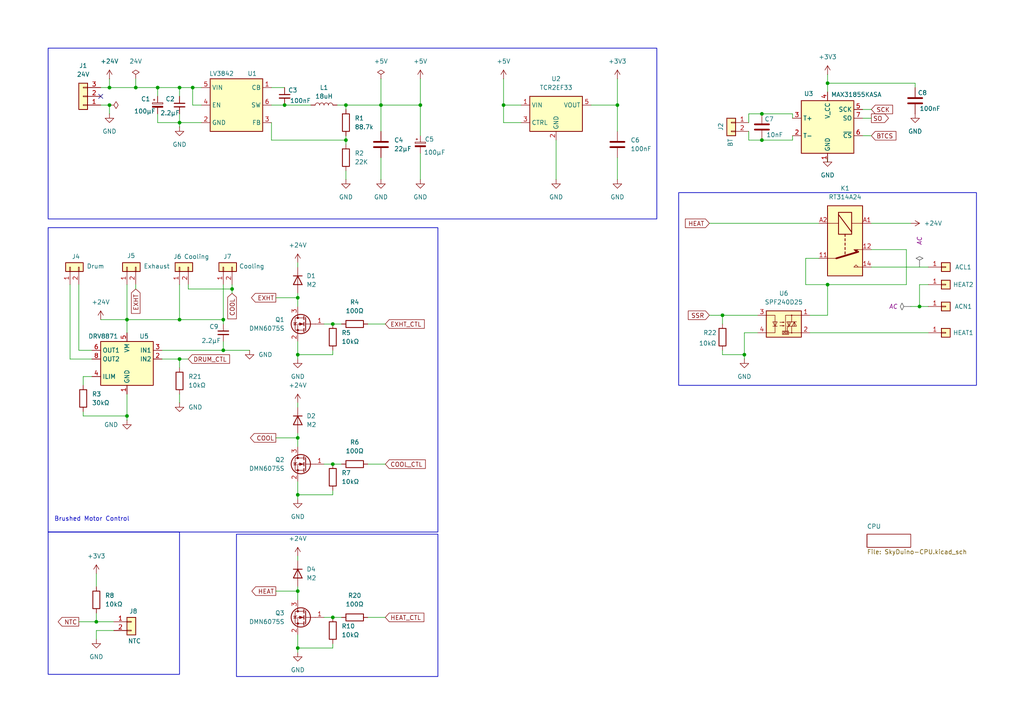
<source format=kicad_sch>
(kicad_sch (version 20231120) (generator "eeschema") (generator_version "8.0")
  (paper "A4")
  (title_block (title "SkyDuino Roaster") (date "${COMMIT_DATE}") (rev "${REVISION}") (company "Raz-1") (comment 2 "${COMMIT_DATE_LONG}") (comment 3 "${COMMIT_HASH} ${GIT_TAG}"))
  (junction (at 266.7 88.9))
  (junction (at 31.75 25.4))
  (junction (at 64.77 92.71))
  (junction (at 215.9 102.87))
  (junction (at 55.88 25.4))
  (junction (at 146.05 30.48))
  (junction (at 110.49 30.48))
  (junction (at 86.36 171.45))
  (junction (at 100.33 30.48))
  (junction (at 82.55 30.48))
  (junction (at 52.07 92.71))
  (junction (at 86.36 143.51))
  (junction (at 121.92 30.48))
  (junction (at 36.83 92.71))
  (junction (at 45.72 25.4))
  (junction (at 209.55 91.44))
  (junction (at 27.94 180.34))
  (junction (at 86.36 187.96))
  (junction (at 86.36 86.36))
  (junction (at 31.75 30.48))
  (junction (at 52.07 25.4))
  (junction (at 179.07 30.48))
  (junction (at 100.33 40.64))
  (junction (at 240.03 82.55))
  (junction (at 220.98 40.64))
  (junction (at 96.52 179.07))
  (junction (at 67.31 83.82))
  (junction (at 96.52 134.62))
  (junction (at 240.03 24.13))
  (junction (at 96.52 93.98))
  (junction (at 86.36 102.87))
  (junction (at 36.83 120.65))
  (junction (at 39.37 25.4))
  (junction (at 52.07 104.14))
  (junction (at 220.98 33.02))
  (junction (at 64.77 101.6))
  (junction (at 52.07 35.56))
  (junction (at 86.36 127))
  (no_connect (at 29.21 27.94))
  (wire (pts (xy 100.33 40.64) (xy 100.33 41.91)))
  (wire (pts (xy 26.67 104.14) (xy 20.32 104.14)))
  (wire (pts (xy 22.86 101.6) (xy 26.67 101.6)))
  (wire (pts (xy 262.89 72.39) (xy 262.89 82.55)))
  (wire (pts (xy 100.33 30.48) (xy 100.33 31.75)))
  (wire (pts (xy 22.86 180.34) (xy 27.94 180.34)))
  (wire (pts (xy 24.13 109.22) (xy 24.13 111.76)))
  (wire (pts (xy 252.73 72.39) (xy 262.89 72.39)))
  (wire (pts (xy 265.43 25.4) (xy 265.43 24.13)))
  (wire (pts (xy 265.43 24.13) (xy 240.03 24.13)))
  (wire (pts (xy 179.07 45.72) (xy 179.07 52.07)))
  (wire (pts (xy 78.74 30.48) (xy 82.55 30.48)))
  (wire (pts (xy 233.68 74.93) (xy 233.68 82.55)))
  (wire (pts (xy 252.73 77.47) (xy 269.24 77.47)))
  (wire (pts (xy 52.07 35.56) (xy 58.42 35.56)))
  (wire (pts (xy 86.36 99.06) (xy 86.36 102.87)))
  (wire (pts (xy 80.01 86.36) (xy 86.36 86.36)))
  (wire (pts (xy 72.39 101.6) (xy 64.77 101.6)))
  (wire (pts (xy 52.07 104.14) (xy 52.07 106.68)))
  (wire (pts (xy 215.9 96.52) (xy 215.9 102.87)))
  (wire (pts (xy 67.31 83.82) (xy 54.61 83.82)))
  (wire (pts (xy 24.13 119.38) (xy 24.13 120.65)))
  (wire (pts (xy 97.79 30.48) (xy 100.33 30.48)))
  (wire (pts (xy 209.55 102.87) (xy 215.9 102.87)))
  (wire (pts (xy 29.21 92.71) (xy 36.83 92.71)))
  (wire (pts (xy 93.98 134.62) (xy 96.52 134.62)))
  (wire (pts (xy 58.42 30.48) (xy 55.88 30.48)))
  (wire (pts (xy 86.36 170.18) (xy 86.36 171.45)))
  (wire (pts (xy 121.92 44.45) (xy 121.92 52.07)))
  (wire (pts (xy 240.03 82.55) (xy 240.03 91.44)))
  (wire (pts (xy 86.36 127) (xy 86.36 129.54)))
  (wire (pts (xy 86.36 102.87) (xy 86.36 104.14)))
  (wire (pts (xy 106.68 93.98) (xy 111.76 93.98)))
  (wire (pts (xy 219.71 96.52) (xy 215.9 96.52)))
  (wire (pts (xy 250.19 39.37) (xy 252.73 39.37)))
  (wire (pts (xy 82.55 30.48) (xy 90.17 30.48)))
  (wire (pts (xy 250.19 34.29) (xy 252.73 34.29)))
  (wire (pts (xy 31.75 25.4) (xy 31.75 22.86)))
  (wire (pts (xy 36.83 114.3) (xy 36.83 120.65)))
  (wire (pts (xy 234.95 96.52) (xy 269.24 96.52)))
  (wire (pts (xy 29.21 30.48) (xy 31.75 30.48)))
  (wire (pts (xy 52.07 104.14) (xy 54.61 104.14)))
  (wire (pts (xy 121.92 30.48) (xy 121.92 39.37)))
  (wire (pts (xy 96.52 186.69) (xy 96.52 187.96)))
  (wire (pts (xy 252.73 64.77) (xy 264.16 64.77)))
  (wire (pts (xy 27.94 166.37) (xy 27.94 170.18)))
  (wire (pts (xy 110.49 45.72) (xy 110.49 52.07)))
  (wire (pts (xy 33.02 182.88) (xy 27.94 182.88)))
  (wire (pts (xy 86.36 143.51) (xy 86.36 144.78)))
  (wire (pts (xy 205.74 64.77) (xy 237.49 64.77)))
  (wire (pts (xy 86.36 187.96) (xy 86.36 189.23)))
  (wire (pts (xy 209.55 91.44) (xy 205.74 91.44)))
  (wire (pts (xy 161.29 40.64) (xy 161.29 52.07)))
  (wire (pts (xy 64.77 99.06) (xy 64.77 101.6)))
  (wire (pts (xy 217.17 33.02) (xy 217.17 35.56)))
  (wire (pts (xy 100.33 39.37) (xy 100.33 40.64)))
  (wire (pts (xy 36.83 92.71) (xy 52.07 92.71)))
  (wire (pts (xy 31.75 25.4) (xy 39.37 25.4)))
  (wire (pts (xy 64.77 93.98) (xy 64.77 92.71)))
  (wire (pts (xy 217.17 40.64) (xy 220.98 40.64)))
  (wire (pts (xy 146.05 30.48) (xy 151.13 30.48)))
  (wire (pts (xy 266.7 82.55) (xy 266.7 88.9)))
  (wire (pts (xy 39.37 82.55) (xy 39.37 83.82)))
  (wire (pts (xy 229.87 40.64) (xy 229.87 39.37)))
  (wire (pts (xy 20.32 104.14) (xy 20.32 82.55)))
  (wire (pts (xy 45.72 25.4) (xy 45.72 27.94)))
  (wire (pts (xy 229.87 34.29) (xy 229.87 33.02)))
  (wire (pts (xy 264.16 88.9) (xy 266.7 88.9)))
  (wire (pts (xy 86.36 139.7) (xy 86.36 143.51)))
  (wire (pts (xy 100.33 30.48) (xy 110.49 30.48)))
  (wire (pts (xy 86.36 76.2) (xy 86.36 77.47)))
  (wire (pts (xy 31.75 30.48) (xy 31.75 33.02)))
  (wire (pts (xy 179.07 22.86) (xy 179.07 30.48)))
  (wire (pts (xy 96.52 179.07) (xy 99.06 179.07)))
  (wire (pts (xy 52.07 35.56) (xy 52.07 36.83)))
  (wire (pts (xy 86.36 161.29) (xy 86.36 162.56)))
  (wire (pts (xy 46.99 101.6) (xy 64.77 101.6)))
  (wire (pts (xy 36.83 96.52) (xy 36.83 92.71)))
  (wire (pts (xy 29.21 25.4) (xy 31.75 25.4)))
  (wire (pts (xy 64.77 82.55) (xy 64.77 92.71)))
  (wire (pts (xy 100.33 49.53) (xy 100.33 52.07)))
  (wire (pts (xy 86.36 86.36) (xy 86.36 88.9)))
  (wire (pts (xy 171.45 30.48) (xy 179.07 30.48)))
  (wire (pts (xy 67.31 83.82) (xy 67.31 85.09)))
  (wire (pts (xy 86.36 184.15) (xy 86.36 187.96)))
  (wire (pts (xy 266.7 88.9) (xy 269.24 88.9)))
  (wire (pts (xy 96.52 142.24) (xy 96.52 143.51)))
  (wire (pts (xy 220.98 40.64) (xy 229.87 40.64)))
  (wire (pts (xy 240.03 21.59) (xy 240.03 24.13)))
  (wire (pts (xy 179.07 38.1) (xy 179.07 30.48)))
  (wire (pts (xy 96.52 93.98) (xy 99.06 93.98)))
  (wire (pts (xy 27.94 180.34) (xy 33.02 180.34)))
  (wire (pts (xy 45.72 35.56) (xy 52.07 35.56)))
  (wire (pts (xy 52.07 33.02) (xy 52.07 35.56)))
  (wire (pts (xy 96.52 101.6) (xy 96.52 102.87)))
  (wire (pts (xy 86.36 116.84) (xy 86.36 118.11)))
  (wire (pts (xy 266.7 82.55) (xy 269.24 82.55)))
  (wire (pts (xy 39.37 25.4) (xy 45.72 25.4)))
  (wire (pts (xy 78.74 25.4) (xy 82.55 25.4)))
  (wire (pts (xy 86.36 143.51) (xy 96.52 143.51)))
  (wire (pts (xy 39.37 22.86) (xy 39.37 25.4)))
  (wire (pts (xy 36.83 120.65) (xy 36.83 121.92)))
  (wire (pts (xy 24.13 120.65) (xy 36.83 120.65)))
  (wire (pts (xy 36.83 82.55) (xy 36.83 92.71)))
  (wire (pts (xy 110.49 38.1) (xy 110.49 30.48)))
  (wire (pts (xy 217.17 38.1) (xy 217.17 40.64)))
  (wire (pts (xy 86.36 102.87) (xy 96.52 102.87)))
  (wire (pts (xy 45.72 25.4) (xy 52.07 25.4)))
  (wire (pts (xy 209.55 101.6) (xy 209.55 102.87)))
  (wire (pts (xy 110.49 22.86) (xy 110.49 30.48)))
  (wire (pts (xy 93.98 179.07) (xy 96.52 179.07)))
  (wire (pts (xy 146.05 30.48) (xy 146.05 35.56)))
  (wire (pts (xy 96.52 134.62) (xy 99.06 134.62)))
  (wire (pts (xy 240.03 82.55) (xy 262.89 82.55)))
  (wire (pts (xy 80.01 171.45) (xy 86.36 171.45)))
  (wire (pts (xy 146.05 35.56) (xy 151.13 35.56)))
  (wire (pts (xy 52.07 114.3) (xy 52.07 116.84)))
  (wire (pts (xy 234.95 91.44) (xy 240.03 91.44)))
  (wire (pts (xy 219.71 91.44) (xy 209.55 91.44)))
  (wire (pts (xy 86.36 85.09) (xy 86.36 86.36)))
  (wire (pts (xy 106.68 179.07) (xy 111.76 179.07)))
  (wire (pts (xy 240.03 24.13) (xy 240.03 26.67)))
  (wire (pts (xy 250.19 31.75) (xy 252.73 31.75)))
  (wire (pts (xy 121.92 22.86) (xy 121.92 30.48)))
  (wire (pts (xy 45.72 33.02) (xy 45.72 35.56)))
  (wire (pts (xy 27.94 177.8) (xy 27.94 180.34)))
  (wire (pts (xy 55.88 25.4) (xy 55.88 30.48)))
  (wire (pts (xy 220.98 33.02) (xy 229.87 33.02)))
  (wire (pts (xy 78.74 40.64) (xy 100.33 40.64)))
  (wire (pts (xy 22.86 82.55) (xy 22.86 101.6)))
  (wire (pts (xy 233.68 82.55) (xy 240.03 82.55)))
  (wire (pts (xy 52.07 25.4) (xy 52.07 27.94)))
  (wire (pts (xy 55.88 25.4) (xy 58.42 25.4)))
  (wire (pts (xy 93.98 93.98) (xy 96.52 93.98)))
  (wire (pts (xy 86.36 125.73) (xy 86.36 127)))
  (wire (pts (xy 52.07 82.55) (xy 52.07 92.71)))
  (wire (pts (xy 26.67 109.22) (xy 24.13 109.22)))
  (wire (pts (xy 67.31 82.55) (xy 67.31 83.82)))
  (wire (pts (xy 110.49 30.48) (xy 121.92 30.48)))
  (wire (pts (xy 86.36 171.45) (xy 86.36 173.99)))
  (wire (pts (xy 80.01 127) (xy 86.36 127)))
  (wire (pts (xy 106.68 134.62) (xy 111.76 134.62)))
  (wire (pts (xy 146.05 22.86) (xy 146.05 30.48)))
  (wire (pts (xy 52.07 25.4) (xy 55.88 25.4)))
  (wire (pts (xy 233.68 74.93) (xy 237.49 74.93)))
  (wire (pts (xy 217.17 33.02) (xy 220.98 33.02)))
  (wire (pts (xy 46.99 104.14) (xy 52.07 104.14)))
  (wire (pts (xy 215.9 102.87) (xy 215.9 104.14)))
  (wire (pts (xy 240.03 46.99) (xy 240.03 45.72)))
  (wire (pts (xy 52.07 92.71) (xy 64.77 92.71)))
  (wire (pts (xy 209.55 91.44) (xy 209.55 93.98)))
  (wire (pts (xy 86.36 187.96) (xy 96.52 187.96)))
  (wire (pts (xy 78.74 35.56) (xy 78.74 40.64)))
  (wire (pts (xy 27.94 182.88) (xy 27.94 185.42)))
  (wire (pts (xy 54.61 83.82) (xy 54.61 82.55)))
  (rectangle (start 13.97 66.04) (end 127 154.305) (stroke (width 0.2)))
  (rectangle (start 196.85 55.88) (end 283.21 111.76) (stroke (width 0.2)))
  (rectangle (start 13.97 154.305) (end 52.07 195.58) (stroke (width 0.2)))
  (rectangle (start 13.97 13.97) (end 190.5 63.5) (stroke (width 0.2)))
  (rectangle (start 68.58 154.94) (end 127 196.215) (stroke (width 0.2)))
  (text "Brushed Motor Control\n" (at 26.67 150.622 0) (effects (font (size 1.27 1.27))))
  (global_label "EXHT" (shape input) (at 39.37 83.82 270) (property "Intersheetrefs" "${INTERSHEET_REFS}" (effects (hide yes))))
  (global_label "SSR" (shape input) (at 205.74 91.44 180) (property "Intersheetrefs" "${INTERSHEET_REFS}" (effects (hide yes))))
  (global_label "BTCS" (shape input) (at 252.73 39.37 0) (property "Intersheetrefs" "${INTERSHEET_REFS}" (effects (hide yes))))
  (global_label "NTC" (shape output) (at 22.86 180.34 180) (property "Intersheetrefs" "${INTERSHEET_REFS}" (effects (hide yes))))
  (global_label "COOL_CTL" (shape input) (at 111.76 134.62 0) (property "Intersheetrefs" "${INTERSHEET_REFS}" (effects (hide yes))))
  (global_label "EXHT" (shape output) (at 80.01 86.36 180) (property "Intersheetrefs" "${INTERSHEET_REFS}" (effects (hide yes))))
  (global_label "COOL" (shape output) (at 80.01 127 180) (property "Intersheetrefs" "${INTERSHEET_REFS}" (effects (hide yes))))
  (global_label "EXHT_CTL" (shape input) (at 111.76 93.98 0) (property "Intersheetrefs" "${INTERSHEET_REFS}" (effects (hide yes))))
  (global_label "DRUM_CTL" (shape input) (at 54.61 104.14 0) (property "Intersheetrefs" "${INTERSHEET_REFS}" (effects (hide yes))))
  (global_label "HEAT" (shape input) (at 205.74 64.77 180) (property "Intersheetrefs" "${INTERSHEET_REFS}" (effects (hide yes))))
  (global_label "HEAT" (shape output) (at 80.01 171.45 180) (property "Intersheetrefs" "${INTERSHEET_REFS}" (effects (hide yes))))
  (global_label "SO" (shape output) (at 252.73 34.29 0) (property "Intersheetrefs" "${INTERSHEET_REFS}" (effects (hide yes))))
  (global_label "SCK" (shape input) (at 252.73 31.75 0) (property "Intersheetrefs" "${INTERSHEET_REFS}" (effects (hide yes))))
  (global_label "COOL" (shape input) (at 67.31 85.09 270) (property "Intersheetrefs" "${INTERSHEET_REFS}" (effects (hide yes))))
  (global_label "HEAT_CTL" (shape input) (at 111.76 179.07 0) (property "Intersheetrefs" "${INTERSHEET_REFS}" (effects (hide yes))))
  (netclass_flag "" (length 2.54) (shape diamond) (at 264.16 88.9 90) (property "Netclass" "AC" (at 257.81 88.9 0) (effects (font (italic yes)) (justify left))))
  (netclass_flag "" (length 2.54) (shape diamond) (at 266.7 77.47 0) (property "Netclass" "AC" (at 266.7 71.12 90) (effects (font (italic yes)) (justify left))))
  (symbol (lib_id "Device:R") (at 96.52 182.88 0) (unit 1)
    (property "Reference" "R10" (at 99.06 181.6099 0) (effects (justify left)))
    (property "Value" "10kΩ" (at 99.06 184.1499 0) (effects (justify left)))
    (property "Footprint" "Resistor_SMD:R_0805_2012Metric_Pad1.20x1.40mm_HandSolder" (effects (hide yes)))
    (property "Datasheet" "https://www.yageo.com/upload/media/product/productsearch/datasheet/rchip/PYu-AC_51_RoHS_L_11.pdf" (effects (hide yes)))
    (property "Description" "Resistor" (effects (hide yes)))
    (property "LCSC" "C17414" (effects (hide yes)))
    (property "Mouser p/n" "603-AC0805JR-0710KL" (effects (hide yes)))
    (property "Manufacturer p/n" "AC0805JR-0710KL" (effects (hide yes)))
  )
  (symbol (lib_id "power:+24V") (at 86.36 161.29 0) (unit 1)
    (property "Reference" "#PWR015" (effects (hide yes)))
    (property "Value" "+24V" (at 86.36 156.21 0))
    (property "Description" "Power symbol creates a global label with name \"+24V\"" (effects (hide yes)))
  )
  (symbol (lib_id "Driver_Motor:DRV8871DDA") (at 36.83 104.14 0) (mirror y) (unit 1)
    (property "Reference" "U5" (at 43.18 97.536 0) (effects (justify left)))
    (property "Value" "DRV8871" (at 34.29 97.536 0) (effects (justify left)))
    (property "Footprint" "Package_SO:Texas_HTSOP-8-1EP_3.9x4.9mm_P1.27mm_EP2.95x4.9mm_Mask2.4x3.1mm_ThermalVias" (effects (hide yes)))
    (property "Datasheet" "https://www.ti.com/lit/gpn/drv8871" (effects (hide yes)))
    (property "Description" "Brushed DC Motor Driver, PWM Control, 45V, 3.6A, Current limiting, HTSOP-8" (effects (hide yes)))
    (property "Mouser" "https://www.mouser.com/ProductDetail/Texas-Instruments/DRV8871DDA?qs=Fobv33ltQGiluwfB07aSBw%3D%3D" (effects (hide yes)))
    (property "LCSC" "C75864" (effects (hide yes)))
    (property "Mouser p/n" "595-DRV8871DDA" (effects (hide yes)))
    (property "Manufacturer p/n" "DRV8871DDA" (effects (hide yes)))
    (property "JLCRotOffset" "-90" (effects (hide yes)))
  )
  (symbol (lib_id "Device:R") (at 102.87 134.62 90) (unit 1)
    (property "Reference" "R6" (at 102.87 128.27 90))
    (property "Value" "100Ω" (at 102.87 130.81 90))
    (property "Footprint" "Resistor_SMD:R_0805_2012Metric_Pad1.20x1.40mm_HandSolder" (effects (hide yes)))
    (property "Datasheet" "https://www.mouser.com/datasheet/2/447/PYu_AC_51_RoHS_L_9-3005297.pdf" (effects (hide yes)))
    (property "Description" "Resistor" (effects (hide yes)))
    (property "LCSC" "C17408" (effects (hide yes)))
    (property "Mouser p/n" "603-AC0805FR-10100RL" (effects (hide yes)))
    (property "Manufacturer p/n" "AC0805FR-10100RL" (effects (hide yes)))
  )
  (symbol (lib_id "power:+3V3") (at 27.94 166.37 0) (unit 1)
    (property "Reference" "#PWR021" (effects (hide yes)))
    (property "Value" "+3V3" (at 27.94 161.29 0))
    (property "Description" "Power symbol creates a global label with name \"+3V3\"" (effects (hide yes)))
  )
  (symbol (lib_id "Connector_Generic:Conn_01x02") (at 20.32 77.47 90) (unit 1)
    (property "Reference" "J4" (at 20.828 74.422 90) (effects (justify right)))
    (property "Value" "Drum" (at 25.146 77.216 90) (effects (justify right)))
    (property "Footprint" "Connector_JST:JST_XH_B2B-XH-A_1x02_P2.50mm_Vertical" (effects (hide yes)))
    (property "Description" "JST-XHB 2P" (effects (hide yes)))
    (property "Config" "-jlcpcb" (effects (hide yes)))
  )
  (symbol (lib_id "Device:R") (at 209.55 97.79 180) (unit 1)
    (property "Reference" "R22" (at 203.962 96.52 0) (effects (justify right)))
    (property "Value" "10kΩ" (at 202.692 99.568 0) (effects (justify right)))
    (property "Footprint" "Resistor_SMD:R_0805_2012Metric_Pad1.20x1.40mm_HandSolder" (effects (hide yes)))
    (property "Datasheet" "https://www.yageo.com/upload/media/product/productsearch/datasheet/rchip/PYu-AC_51_RoHS_L_11.pdf" (effects (hide yes)))
    (property "Description" "Resistor" (effects (hide yes)))
    (property "LCSC" "C17414" (effects (hide yes)))
    (property "Mouser p/n" "603-AC0805JR-0710KL" (effects (hide yes)))
    (property "Manufacturer p/n" "AC0805JR-0710KL" (effects (hide yes)))
  )
  (symbol (lib_id "power:+3V3") (at 240.03 21.59 0) (unit 1)
    (property "Reference" "#PWR02" (effects (hide yes)))
    (property "Value" "+3V3" (at 240.03 16.51 0))
    (property "Description" "Power symbol creates a global label with name \"+3V3\"" (effects (hide yes)))
  )
  (symbol (lib_id "power:GND") (at 27.94 185.42 0) (unit 1)
    (property "Reference" "#PWR025" (effects (hide yes)))
    (property "Value" "GND" (at 27.94 190.5 0))
    (property "Description" "Power symbol creates a global label with name \"GND\" , ground" (effects (hide yes)))
  )
  (symbol (lib_id "power:+3V3") (at 179.07 22.86 0) (unit 1)
    (property "Reference" "#PWR05" (effects (hide yes)))
    (property "Value" "+3V3" (at 179.07 17.78 0))
    (property "Description" "Power symbol creates a global label with name \"+3V3\"" (effects (hide yes)))
  )
  (symbol (lib_id "Relay_SolidState:S102S02") (at 227.33 93.98 0) (unit 1)
    (property "Reference" "U6" (at 227.33 85.09 0))
    (property "Value" "SPF240D25" (at 227.33 87.63 0))
    (property "Footprint" "SSRs:SSR_Crydom_SPF240D25" (effects (hide yes)))
    (property "Datasheet" "https://www.mouser.com/datasheet/2/657/spf_series_ac_pcb_mount_ssr_datasheet-2933860.pdf" (effects (hide yes)))
    (property "Description" "PCB SIP SSR 240VAC /10A, 4-15VDC, ZC" (effects (hide yes)))
    (property "Mouser p/n" "558-SPF240D25" (effects (hide yes)))
    (property "Manufacturer p/n" "SPF240D25" (effects (hide yes)))
    (property "Config" "-jlcpcb" (effects (hide yes)))
  )
  (symbol (lib_id "Relay:RT314A24") (at 245.11 69.85 270) (unit 1)
    (property "Reference" "K1" (at 245.11 54.61 90))
    (property "Value" "RT314A24" (at 245.11 57.15 90))
    (property "Footprint" "Relay_THT:Relay_SPDT_Schrack-RT1-16A-FormC_RM5mm" (effects (hide yes)))
    (property "Datasheet" "https://www.te.com/commerce/DocumentDelivery/DDEController?Action=srchrtrv&DocNm=RT1_bistable&DocType=DS&DocLang=English" (effects (hide yes)))
    (property "Description" "Schrack RT1 relay, bistable single pole dual throw, single DC coil, 24V, IEC 60335-1" (effects (hide yes)))
    (property "Mouser p/n" "655-RT314024" (effects (hide yes)))
    (property "Manufacturer p/n" "RT314024" (effects (hide yes)))
    (property "Config" "-jlcpcb" (effects (hide yes)))
  )
  (symbol (lib_id "power:GND") (at 179.07 52.07 0) (unit 1)
    (property "Reference" "#PWR014" (effects (hide yes)))
    (property "Value" "GND" (at 179.07 57.15 0))
    (property "Description" "Power symbol creates a global label with name \"GND\" , ground" (effects (hide yes)))
  )
  (symbol (lib_id "Device:R") (at 100.33 35.56 0) (unit 1)
    (property "Reference" "R1" (at 102.87 34.2899 0) (effects (justify left)))
    (property "Value" "88.7k" (at 102.87 36.8299 0) (effects (justify left)))
    (property "Footprint" "Resistor_SMD:R_0805_2012Metric_Pad1.20x1.40mm_HandSolder" (effects (hide yes)))
    (property "Datasheet" "https://www.mouser.com/datasheet/2/315/AOA0000C307-1149632.pdf" (effects (hide yes)))
    (property "Description" "Resistor" (effects (hide yes)))
    (property "Mouser" "https://www.mouser.com/ProductDetail/Panasonic/ERA-6AEB8872V" (effects (hide yes)))
    (property "LCSC" "C706252" (effects (hide yes)))
    (property "Mouser p/n" "667-ERA-6AEB8872V" (effects (hide yes)))
    (property "Manufacturer p/n" "ERA-6AEB8872V" (effects (hide yes)))
  )
  (symbol (lib_id "Device:C_Small") (at 82.55 27.94 0) (unit 1)
    (property "Reference" "C3" (at 83.566 26.162 0) (effects (justify left)))
    (property "Value" "100nF" (at 84.074 29.21 0) (effects (justify left)))
    (property "Footprint" "Capacitor_SMD:C_0805_2012Metric_Pad1.18x1.45mm_HandSolder" (effects (hide yes)))
    (property "Datasheet" "https://product.tdk.com/system/files/dam/doc/product/capacitor/ceramic/mlcc/catalog/mlcc_commercial_midvoltage_en.pdf" (effects (hide yes)))
    (property "Description" "Unpolarized capacitor, small symbol" (effects (hide yes)))
    (property "Mouser" "https://www.mouser.com/ProductDetail/810-C2012X7R2A104K" (effects (hide yes)))
    (property "LCSC" "C49678" (effects (hide yes)))
    (property "Mouser p/n" "810-C2012X7R2A104K" (effects (hide yes)))
    (property "Manufacturer p/n" "C2012X7R2A104K" (effects (hide yes)))
  )
  (symbol (lib_id "Connector_Generic:Conn_01x01") (at 274.32 77.47 0) (unit 1)
    (property "Reference" "ACL1" (at 279.4 77.47 0))
    (property "Value" "QC 19705-4303" (effects (hide yes)))
    (property "Footprint" "Connectors:QuickConnect_Tab_Molex_19705-4303" (effects (hide yes)))
    (property "Datasheet" "https://www.molex.com/content/dam/molex/molex-dot-com/products/automated/en-us/salesdrawingpdf/197/19705/197054303_sd.pdf" (effects (hide yes)))
    (property "Description" "Terminals QUICK DISCONNECT TAB" (effects (hide yes)))
    (property "Mouser p/n" "538-19705-4303" (effects (hide yes)))
    (property "Manufacturer p/n" "19705-4303" (effects (hide yes)))
    (property "Config" "-jlcpcb" (effects (hide yes)))
  )
  (symbol (lib_id "power:GND") (at 110.49 52.07 0) (unit 1)
    (property "Reference" "#PWR011" (effects (hide yes)))
    (property "Value" "GND" (at 110.49 57.15 0))
    (property "Description" "Power symbol creates a global label with name \"GND\" , ground" (effects (hide yes)))
  )
  (symbol (lib_id "Device:R") (at 100.33 45.72 0) (unit 1)
    (property "Reference" "R2" (at 102.87 44.4499 0) (effects (justify left)))
    (property "Value" "22K" (at 102.87 46.9899 0) (effects (justify left)))
    (property "Footprint" "Resistor_SMD:R_0805_2012Metric_Pad1.20x1.40mm_HandSolder" (effects (hide yes)))
    (property "Datasheet" "https://www.mouser.com/datasheet/2/447/PYu_RT_1_to_0_01_RoHS_L_12-3003070.pdf" (effects (hide yes)))
    (property "Description" "Resistor" (effects (hide yes)))
    (property "LCSC" "C17560" (effects (hide yes)))
    (property "Mouser p/n" "603-RT0805DRE0722KL" (effects (hide yes)))
    (property "Manufacturer p/n" "RT0805DRE0722KL" (effects (hide yes)))
  )
  (symbol (lib_id "power:GND") (at 36.83 121.92 0) (mirror y) (unit 1)
    (property "Reference" "#PWR026" (effects (hide yes)))
    (property "Value" "GND" (at 34.29 123.1899 0) (effects (justify left)))
    (property "Description" "Power symbol creates a global label with name \"GND\" , ground" (effects (hide yes)))
  )
  (symbol (lib_id "power:GND") (at 100.33 52.07 0) (unit 1)
    (property "Reference" "#PWR010" (effects (hide yes)))
    (property "Value" "GND" (at 100.33 57.15 0))
    (property "Description" "Power symbol creates a global label with name \"GND\" , ground" (effects (hide yes)))
  )
  (symbol (lib_id "power:PWR_FLAG") (at 110.49 22.86 0) (unit 1)
    (property "Reference" "#FLG03" (effects (hide yes)))
    (property "Value" "+5V" (at 110.49 17.78 0))
    (property "Description" "Special symbol for telling ERC where power comes from" (effects (hide yes)))
  )
  (symbol (lib_id "Diode:1N4002") (at 86.36 166.37 270) (unit 1)
    (property "Reference" "D4" (at 88.9 165.0999 90) (effects (justify left)))
    (property "Value" "M2" (at 88.9 167.6399 90) (effects (justify left)))
    (property "Footprint" "Diode_SMD:D_SMA_Handsoldering" (effects (hide yes)))
    (property "Datasheet" "https://diotec.com/request/datasheet/m1.pdf" (effects (hide yes)))
    (property "Description" "100V 1A General Purpose Rectifier Diode, DO-214AC-2" (effects (hide yes)))
    (property "Sim.Device" "D" (effects (hide yes)))
    (property "Sim.Pins" "1=K 2=A" (effects (hide yes)))
    (property "LCSC" "C14996" (effects (hide yes)))
    (property "Mouser p/n" "637-M2" (effects (hide yes)))
    (property "Manufacturer p/n" "M2" (effects (hide yes)))
  )
  (symbol (lib_id "Skyduino_Library:LV3842") (at 68.58 30.48 0) (unit 1)
    (property "Reference" "U1" (at 73.152 21.336 0))
    (property "Value" "LV3842" (at 64.262 21.336 0))
    (property "Footprint" "Package_TO_SOT_SMD:SOT-23-6" (effects (hide yes)))
    (property "Datasheet" "https://www.ti.com/lit/ds/symlink/lv3842.pdf" (effects (hide yes)))
    (property "Description" "4-V to 36-V, 600-mA, Synchronous Step-Down Converter" (effects (hide yes)))
    (property "LCSC" "C5219371" (effects (hide yes)))
    (property "Mouser p/n" "595-LV3842XFDBVR" (effects (hide yes)))
    (property "Manufacturer p/n" "LV3842XFDBVR" (effects (hide yes)))
    (property "JLCRotOffset" "-90" (effects (hide yes)))
  )
  (symbol (lib_id "Connector_Generic:Conn_01x02") (at 64.77 77.47 90) (unit 1)
    (property "Reference" "J7" (at 64.77 74.422 90) (effects (justify right)))
    (property "Value" "Cooling" (at 69.342 77.216 90) (effects (justify right)))
    (property "Footprint" "Connector_JST:JST_XH_B2B-XH-A_1x02_P2.50mm_Vertical" (effects (hide yes)))
    (property "Description" "JST-XHB 2P" (effects (hide yes)))
    (property "Config" "-jlcpcb" (effects (hide yes)))
  )
  (symbol (lib_id "Device:R") (at 24.13 115.57 0) (mirror y) (unit 1)
    (property "Reference" "R3" (at 26.67 114.2999 0) (effects (justify right)))
    (property "Value" "30kΩ" (at 26.67 116.8399 0) (effects (justify right)))
    (property "Footprint" "Resistor_SMD:R_0805_2012Metric_Pad1.20x1.40mm_HandSolder" (effects (hide yes)))
    (property "Datasheet" "https://www.mouser.com/datasheet/2/447/YAGEO_PYu_RC_Group_51_RoHS_L_12-3313492.pdf" (effects (hide yes)))
    (property "Description" "Resistor" (effects (hide yes)))
    (property "LCSC" "C17633" (effects (hide yes)))
    (property "Mouser p/n" "603-RC0805FR-0730KL" (effects (hide yes)))
    (property "Manufacturer p/n" "RC0805FR-0730KL" (effects (hide yes)))
  )
  (symbol (lib_id "power:+24V") (at 29.21 92.71 0) (unit 1)
    (property "Reference" "#PWR020" (effects (hide yes)))
    (property "Value" "+24V" (at 29.21 87.63 0))
    (property "Description" "Power symbol creates a global label with name \"+24V\"" (effects (hide yes)))
  )
  (symbol (lib_id "Connector_Generic:Conn_01x01") (at 274.32 88.9 0) (mirror x) (unit 1)
    (property "Reference" "ACN1" (at 279.4 88.9 0))
    (property "Value" "QC 19705-4303" (effects (hide yes)))
    (property "Footprint" "Connectors:QuickConnect_Tab_Molex_19705-4303" (effects (hide yes)))
    (property "Datasheet" "https://www.molex.com/content/dam/molex/molex-dot-com/products/automated/en-us/salesdrawingpdf/197/19705/197054303_sd.pdf" (effects (hide yes)))
    (property "Description" "Terminals QUICK DISCONNECT TAB" (effects (hide yes)))
    (property "Mouser p/n" "538-19705-4303" (effects (hide yes)))
    (property "Manufacturer p/n" "19705-4303" (effects (hide yes)))
    (property "Config" "-jlcpcb" (effects (hide yes)))
  )
  (symbol (lib_id "power:GND") (at 52.07 116.84 0) (mirror y) (unit 1)
    (property "Reference" "#PWR030" (effects (hide yes)))
    (property "Value" "GND" (at 54.61 118.1099 0) (effects (justify right)))
    (property "Description" "Power symbol creates a global label with name \"GND\" , ground" (effects (hide yes)))
  )
  (symbol (lib_id "power:+24V") (at 86.36 116.84 0) (unit 1)
    (property "Reference" "#PWR024" (effects (hide yes)))
    (property "Value" "+24V" (at 86.36 111.76 0))
    (property "Description" "Power symbol creates a global label with name \"+24V\"" (effects (hide yes)))
  )
  (symbol (lib_id "Device:C") (at 220.98 36.83 0) (unit 1)
    (property "Reference" "C7" (at 221.742 34.544 0) (effects (justify left)))
    (property "Value" "10nF" (at 222.25 39.116 0) (effects (justify left)))
    (property "Footprint" "Capacitor_SMD:C_0805_2012Metric_Pad1.18x1.45mm_HandSolder" (effects (hide yes)))
    (property "Datasheet" "https://product.tdk.com/system/files/dam/doc/product/capacitor/ceramic/mlcc/catalog/mlcc_commercial_general_en.pdf?ref_disty=mouser" (effects (hide yes)))
    (property "Description" "Unpolarized capacitor" (effects (hide yes)))
    (property "Mouser" "https://www.mouser.com/ProductDetail/TDK/C2012C0G1H103J060AA?qs=dfay7wIA1uESihXTlxZAiQ%3D%3D" (effects (hide yes)))
    (property "LCSC" "C1710" (effects (hide yes)))
    (property "Mouser p/n" "810-C2012C0G1H103J-1" (effects (hide yes)))
    (property "Manufacturer p/n" "C2012C0G1H103J-1" (effects (hide yes)))
  )
  (symbol (lib_id "power:PWR_FLAG") (at 31.75 30.48 270) (unit 1)
    (property "Reference" "#FLG02" (effects (hide yes)))
    (property "Value" "PWR_FLAG" (effects (hide yes)))
    (property "Description" "Special symbol for telling ERC where power comes from" (effects (hide yes)))
  )
  (symbol (lib_id "Device:R") (at 96.52 97.79 0) (unit 1)
    (property "Reference" "R5" (at 99.06 96.5199 0) (effects (justify left)))
    (property "Value" "10kΩ" (at 99.06 99.0599 0) (effects (justify left)))
    (property "Footprint" "Resistor_SMD:R_0805_2012Metric_Pad1.20x1.40mm_HandSolder" (effects (hide yes)))
    (property "Datasheet" "https://www.yageo.com/upload/media/product/productsearch/datasheet/rchip/PYu-AC_51_RoHS_L_11.pdf" (effects (hide yes)))
    (property "Description" "Resistor" (effects (hide yes)))
    (property "LCSC" "C17414" (effects (hide yes)))
    (property "Mouser p/n" "603-AC0805JR-0710KL" (effects (hide yes)))
    (property "Manufacturer p/n" "AC0805JR-0710KL" (effects (hide yes)))
  )
  (symbol (lib_id "Device:R") (at 102.87 179.07 90) (unit 1)
    (property "Reference" "R20" (at 102.87 172.72 90))
    (property "Value" "100Ω" (at 102.87 175.26 90))
    (property "Footprint" "Resistor_SMD:R_0805_2012Metric_Pad1.20x1.40mm_HandSolder" (effects (hide yes)))
    (property "Datasheet" "https://www.mouser.com/datasheet/2/447/PYu_AC_51_RoHS_L_9-3005297.pdf" (effects (hide yes)))
    (property "Description" "Resistor" (effects (hide yes)))
    (property "LCSC" "C17408" (effects (hide yes)))
    (property "Mouser p/n" "603-AC0805FR-10100RL" (effects (hide yes)))
    (property "Manufacturer p/n" "AC0805FR-10100RL" (effects (hide yes)))
  )
  (symbol (lib_id "Connector_Generic:Conn_01x01") (at 274.32 96.52 0) (mirror x) (unit 1)
    (property "Reference" "HEAT1" (at 279.4 96.52 0))
    (property "Value" "QC 19705-4303" (effects (hide yes)))
    (property "Footprint" "Connectors:QuickConnect_Tab_Molex_19705-4303" (effects (hide yes)))
    (property "Datasheet" "https://www.molex.com/content/dam/molex/molex-dot-com/products/automated/en-us/salesdrawingpdf/197/19705/197054303_sd.pdf" (effects (hide yes)))
    (property "Description" "Terminals QUICK DISCONNECT TAB" (effects (hide yes)))
    (property "Mouser p/n" "538-19705-4303" (effects (hide yes)))
    (property "Manufacturer p/n" "19705-4303" (effects (hide yes)))
    (property "Config" "-jlcpcb" (effects (hide yes)))
  )
  (symbol (lib_id "Diode:1N4002") (at 86.36 121.92 270) (unit 1)
    (property "Reference" "D2" (at 88.9 120.6499 90) (effects (justify left)))
    (property "Value" "M2" (at 88.9 123.1899 90) (effects (justify left)))
    (property "Footprint" "Diode_SMD:D_SMA_Handsoldering" (effects (hide yes)))
    (property "Datasheet" "https://diotec.com/request/datasheet/m1.pdf" (effects (hide yes)))
    (property "Description" "100V 1A General Purpose Rectifier Diode, DO-214AC-2" (effects (hide yes)))
    (property "Sim.Device" "D" (effects (hide yes)))
    (property "Sim.Pins" "1=K 2=A" (effects (hide yes)))
    (property "LCSC" "C14996" (effects (hide yes)))
    (property "Mouser p/n" "637-M2" (effects (hide yes)))
    (property "Manufacturer p/n" "M2" (effects (hide yes)))
  )
  (symbol (lib_id "Device:C") (at 265.43 29.21 0) (unit 1)
    (property "Reference" "C8" (at 266.192 26.924 0) (effects (justify left)))
    (property "Value" "100nF" (at 266.7 31.496 0) (effects (justify left)))
    (property "Footprint" "Capacitor_SMD:C_0805_2012Metric_Pad1.18x1.45mm_HandSolder" (effects (hide yes)))
    (property "Datasheet" "https://product.tdk.com/system/files/dam/doc/product/capacitor/ceramic/mlcc/catalog/mlcc_commercial_midvoltage_en.pdf" (effects (hide yes)))
    (property "Description" "Unpolarized capacitor" (effects (hide yes)))
    (property "Mouser" "https://www.mouser.com/ProductDetail/810-C2012X7R2A104K" (effects (hide yes)))
    (property "LCSC" "C49678" (effects (hide yes)))
    (property "Mouser p/n" "810-C2012X7R2A104K" (effects (hide yes)))
    (property "Manufacturer p/n" "C2012X7R2A104K" (effects (hide yes)))
  )
  (symbol (lib_id "Device:R") (at 52.07 110.49 0) (unit 1)
    (property "Reference" "R21" (at 54.61 109.2199 0) (effects (justify left)))
    (property "Value" "10kΩ" (at 54.61 111.7599 0) (effects (justify left)))
    (property "Footprint" "Resistor_SMD:R_0805_2012Metric_Pad1.20x1.40mm_HandSolder" (effects (hide yes)))
    (property "Datasheet" "https://www.yageo.com/upload/media/product/productsearch/datasheet/rchip/PYu-AC_51_RoHS_L_11.pdf" (effects (hide yes)))
    (property "Description" "Resistor" (effects (hide yes)))
    (property "LCSC" "C17414" (effects (hide yes)))
    (property "Mouser p/n" "603-AC0805JR-0710KL" (effects (hide yes)))
    (property "Manufacturer p/n" "AC0805JR-0710KL" (effects (hide yes)))
  )
  (symbol (lib_id "Connector_Generic:Conn_01x03") (at 24.13 27.94 180) (unit 1)
    (property "Reference" "J1" (at 24.13 19.05 0))
    (property "Value" "24V" (at 24.13 21.59 0))
    (property "Footprint" "Connector_JST:JST_XH_B3B-XH-A_1x03_P2.50mm_Vertical" (effects (hide yes)))
    (property "Description" "JST-XHB 3P" (effects (hide yes)))
    (property "Config" "-jlcpcb" (effects (hide yes)))
  )
  (symbol (lib_id "Connector_Generic:Conn_01x02") (at 212.09 35.56 0) (mirror y) (unit 1)
    (property "Reference" "J2" (at 209.042 35.56 90) (effects (justify right)))
    (property "Value" "BT" (at 211.836 40.132 90) (effects (justify right)))
    (property "Footprint" "Connectors:KF7.62_2P" (effects (hide yes)))
    (property "Description" "2P Terminal Block" (effects (hide yes)))
    (property "Config" "-jlcpcb" (effects (hide yes)))
  )
  (symbol (lib_id "power:GND") (at 215.9 104.14 0) (mirror y) (unit 1)
    (property "Reference" "#PWR057" (effects (hide yes)))
    (property "Value" "GND" (at 215.9 109.22 0))
    (property "Description" "Power symbol creates a global label with name \"GND\" , ground" (effects (hide yes)))
  )
  (symbol (lib_id "Device:C_Small") (at 52.07 30.48 0) (unit 1)
    (property "Reference" "C2" (at 48.006 28.702 0) (effects (justify left)))
    (property "Value" "2.2µF" (at 46.482 32.766 0) (effects (justify left)))
    (property "Footprint" "Capacitor_SMD:C_0805_2012Metric_Pad1.18x1.45mm_HandSolder" (effects (hide yes)))
    (property "Datasheet" "https://www.mouser.com/datasheet/2/585/MLCC-1837944.pdf" (effects (hide yes)))
    (property "Description" "100V 2.2uF X7R 1210 10 %" (effects (hide yes)))
    (property "Mouser" "https://www.mouser.com/ProductDetail/TAIYO-YUDEN/HMK325B7225KM-P" (effects (hide yes)))
    (property "LCSC" "C377773" (effects (hide yes)))
    (property "Mouser p/n" "187-CL21B225KPFNNNF" (effects (hide yes)))
    (property "Manufacturer p/n" "CL21B225KPFNNNF" (effects (hide yes)))
  )
  (symbol (lib_id "power:GND") (at 121.92 52.07 0) (unit 1)
    (property "Reference" "#PWR012" (effects (hide yes)))
    (property "Value" "GND" (at 121.92 57.15 0))
    (property "Description" "Power symbol creates a global label with name \"GND\" , ground" (effects (hide yes)))
  )
  (symbol (lib_id "Connector_Generic:Conn_01x02") (at 36.83 77.47 90) (unit 1)
    (property "Reference" "J5" (at 36.83 74.168 90) (effects (justify right)))
    (property "Value" "Exhaust" (at 41.656 77.216 90) (effects (justify right)))
    (property "Footprint" "Connector_JST:JST_XH_B2B-XH-A_1x02_P2.50mm_Vertical" (effects (hide yes)))
    (property "Description" "JST-XHB 2P" (effects (hide yes)))
    (property "Config" "-jlcpcb" (effects (hide yes)))
  )
  (symbol (lib_id "Device:R") (at 96.52 138.43 0) (unit 1)
    (property "Reference" "R7" (at 99.06 137.1599 0) (effects (justify left)))
    (property "Value" "10kΩ" (at 99.06 139.6999 0) (effects (justify left)))
    (property "Footprint" "Resistor_SMD:R_0805_2012Metric_Pad1.20x1.40mm_HandSolder" (effects (hide yes)))
    (property "Datasheet" "https://www.yageo.com/upload/media/product/productsearch/datasheet/rchip/PYu-AC_51_RoHS_L_11.pdf" (effects (hide yes)))
    (property "Description" "Resistor" (effects (hide yes)))
    (property "LCSC" "C17414" (effects (hide yes)))
    (property "Mouser p/n" "603-AC0805JR-0710KL" (effects (hide yes)))
    (property "Manufacturer p/n" "AC0805JR-0710KL" (effects (hide yes)))
  )
  (symbol (lib_id "Diode:1N4002") (at 86.36 81.28 270) (unit 1)
    (property "Reference" "D1" (at 88.9 80.0099 90) (effects (justify left)))
    (property "Value" "M2" (at 88.9 82.5499 90) (effects (justify left)))
    (property "Footprint" "Diode_SMD:D_SMA_Handsoldering" (effects (hide yes)))
    (property "Datasheet" "https://diotec.com/request/datasheet/m1.pdf" (effects (hide yes)))
    (property "Description" "100V 1A General Purpose Rectifier Diode, DO-214AC-2" (effects (hide yes)))
    (property "Sim.Device" "D" (effects (hide yes)))
    (property "Sim.Pins" "1=K 2=A" (effects (hide yes)))
    (property "LCSC" "C14996" (effects (hide yes)))
    (property "Mouser p/n" "637-M2" (effects (hide yes)))
    (property "Manufacturer p/n" "M2" (effects (hide yes)))
  )
  (symbol (lib_id "power:GND") (at 72.39 101.6 0) (mirror y) (unit 1)
    (property "Reference" "#PWR022" (effects (hide yes)))
    (property "Value" "GND" (at 74.93 102.8699 0) (effects (justify right)))
    (property "Description" "Power symbol creates a global label with name \"GND\" , ground" (effects (hide yes)))
  )
  (symbol (lib_id "Connector_Generic:Conn_01x02") (at 52.07 77.47 90) (unit 1)
    (property "Reference" "J6" (at 50.292 74.422 90) (effects (justify right)))
    (property "Value" "Cooling" (at 53.34 74.422 90) (effects (justify right)))
    (property "Footprint" "Connector_JST:JST_XH_B2B-XH-A_1x02_P2.50mm_Vertical" (effects (hide yes)))
    (property "Description" "JST-XHB 2P" (effects (hide yes)))
    (property "Config" "-jlcpcb" (effects (hide yes)))
  )
  (symbol (lib_id "Connector_Generic:Conn_01x02") (at 38.1 180.34 0) (unit 1)
    (property "Reference" "J8" (at 39.878 177.292 0) (effects (justify right)))
    (property "Value" "NTC" (at 40.894 185.928 0) (effects (justify right)))
    (property "Footprint" "Connector_JST:JST_XH_B2B-XH-A_1x02_P2.50mm_Vertical" (effects (hide yes)))
    (property "Description" "JST-XHB 2P" (effects (hide yes)))
    (property "Config" "-jlcpcb" (effects (hide yes)))
  )
  (symbol (lib_id "Device:L") (at 93.98 30.48 90) (unit 1)
    (property "Reference" "L1" (at 93.98 25.4 90))
    (property "Value" "18uH" (at 93.98 27.94 90))
    (property "Footprint" "Inductor_SMD:L_Sunlord_SWPA4030S" (effects (hide yes)))
    (property "Datasheet" "https://wmsc.lcsc.com/wmsc/upload/file/pdf/v2/lcsc/2310251551_Sunlord-SWPA4030S180MT_C96895.pdf" (effects (hide yes)))
    (property "Description" "Inductor" (effects (hide yes)))
    (property "LCSC" "C96895" (effects (hide yes)))
    (property "Manufacturer p/n" "SWPA4030S180MT" (effects (hide yes)))
    (property "LCSC Orig Part" "C96895" (effects (hide yes)))
  )
  (symbol (lib_id "Device:C_Small") (at 64.77 96.52 0) (unit 1)
    (property "Reference" "C9" (at 60.706 94.742 0) (effects (justify left)))
    (property "Value" "2.2µF" (at 58.42 98.806 0) (effects (justify left)))
    (property "Footprint" "Capacitor_SMD:C_0805_2012Metric_Pad1.18x1.45mm_HandSolder" (effects (hide yes)))
    (property "Datasheet" "https://www.mouser.com/datasheet/2/585/MLCC-1837944.pdf" (effects (hide yes)))
    (property "Description" "Unpolarized capacitor, small symbol" (effects (hide yes)))
    (property "Mouser" "https://www.mouser.com/ProductDetail/TAIYO-YUDEN/HMK325B7225KM-P" (effects (hide yes)))
    (property "LCSC" "C377773" (effects (hide yes)))
    (property "Mouser p/n" "187-CL21B225KPFNNNF" (effects (hide yes)))
    (property "Manufacturer p/n" "CL21B225KPFNNNF" (effects (hide yes)))
  )
  (symbol (lib_id "power:GND") (at 161.29 52.07 0) (unit 1)
    (property "Reference" "#PWR013" (effects (hide yes)))
    (property "Value" "GND" (at 161.29 57.15 0))
    (property "Description" "Power symbol creates a global label with name \"GND\" , ground" (effects (hide yes)))
  )
  (symbol (lib_id "power:+5V") (at 121.92 22.86 0) (unit 1)
    (property "Reference" "#PWR04" (effects (hide yes)))
    (property "Value" "+5V" (at 121.92 17.78 0))
    (property "Description" "Power symbol creates a global label with name \"+5V\"" (effects (hide yes)))
  )
  (symbol (lib_id "power:GND") (at 31.75 33.02 0) (unit 1)
    (property "Reference" "#PWR06" (effects (hide yes)))
    (property "Value" "GND" (at 31.75 38.1 0))
    (property "Description" "Power symbol creates a global label with name \"GND\" , ground" (effects (hide yes)))
  )
  (symbol (lib_id "Sensor_Temperature:MAX31855KASA") (at 240.03 36.83 0) (unit 1)
    (property "Reference" "U3" (at 233.172 27.178 0) (effects (justify left)))
    (property "Value" "MAX31855KASA" (at 241.046 27.432 0) (effects (justify left)))
    (property "Footprint" "Package_SO:SOIC-8_3.9x4.9mm_P1.27mm" (effects (hide yes)))
    (property "Datasheet" "https://www.mouser.com/datasheet/2/609/MAX31855-3128071.pdf" (effects (hide yes)))
    (property "Description" "Cold Junction K-type Termocouple Interface, SPI, SO8" (effects (hide yes)))
    (property "LCSC" "C52028" (effects (hide yes)))
    (property "Mouser p/n" "700-MAX31855KASA+T" (effects (hide yes)))
    (property "Manufacturer p/n" "MAX31855KASA+T" (effects (hide yes)))
  )
  (symbol (lib_id "Transistor_FET:DMN6075S") (at 88.9 134.62 0) (mirror y) (unit 1)
    (property "Reference" "Q2" (at 82.55 133.3499 0) (effects (justify left)))
    (property "Value" "DMN6075S" (at 82.55 135.8899 0) (effects (justify left)))
    (property "Footprint" "Package_TO_SOT_SMD:SOT-23" (effects (hide yes)))
    (property "Datasheet" "http://www.diodes.com/assets/Datasheets/DMN6075S.pdf" (effects (hide yes)))
    (property "Description" "2.5A Id, 60V Vds, N-Channel MOSFET, SOT-23" (effects (hide yes)))
    (property "LCSC" "C155242" (effects (hide yes)))
    (property "Mouser p/n" "621-DMN6075S-7" (effects (hide yes)))
    (property "Manufacturer p/n" "DMN6075S-7" (effects (hide yes)))
  )
  (symbol (lib_id "power:GND") (at 240.03 45.72 0) (unit 1)
    (property "Reference" "#PWR09" (effects (hide yes)))
    (property "Value" "GND" (at 240.03 50.8 0))
    (property "Description" "Power symbol creates a global label with name \"GND\" , ground" (effects (hide yes)))
  )
  (symbol (lib_id "Transistor_FET:DMN6075S") (at 88.9 93.98 0) (mirror y) (unit 1)
    (property "Reference" "Q1" (at 82.55 92.7099 0) (effects (justify left)))
    (property "Value" "DMN6075S" (at 82.55 95.2499 0) (effects (justify left)))
    (property "Footprint" "Package_TO_SOT_SMD:SOT-23" (effects (hide yes)))
    (property "Datasheet" "http://www.diodes.com/assets/Datasheets/DMN6075S.pdf" (effects (hide yes)))
    (property "Description" "2.5A Id, 60V Vds, N-Channel MOSFET, SOT-23" (effects (hide yes)))
    (property "LCSC" "C155242" (effects (hide yes)))
    (property "Mouser p/n" "621-DMN6075S-7" (effects (hide yes)))
    (property "Manufacturer p/n" "DMN6075S-7" (effects (hide yes)))
  )
  (symbol (lib_id "Device:C_Polarized_Small") (at 45.72 30.48 0) (unit 1)
    (property "Reference" "C1" (at 40.894 28.702 0) (effects (justify left)))
    (property "Value" "100µF" (at 38.862 32.258 0) (effects (justify left)))
    (property "Footprint" "Capacitor_THT:CP_Radial_D10.0mm_P5.00mm" (effects (hide yes)))
    (property "Datasheet" "https://www.mouser.com/datasheet/2/315/ABA0000C1218-1131230.pdf" (effects (hide yes)))
    (property "Description" "Polarized capacitor, small symbol" (effects (hide yes)))
    (property "Mouser" "https://www.mouser.com/ProductDetail/Panasonic/ECA-2AM101" (effects (hide yes)))
    (property "Mouser p/n" "667-ECA-2AM101" (effects (hide yes)))
    (property "Manufacturer p/n" "ECA-2AM101" (effects (hide yes)))
    (property "Config" "-jlcpcb" (effects (hide yes)))
  )
  (symbol (lib_id "power:GND") (at 86.36 104.14 0) (unit 1)
    (property "Reference" "#PWR023" (effects (hide yes)))
    (property "Value" "GND" (at 86.36 109.22 0))
    (property "Description" "Power symbol creates a global label with name \"GND\" , ground" (effects (hide yes)))
  )
  (symbol (lib_id "Device:R") (at 27.94 173.99 0) (unit 1)
    (property "Reference" "R8" (at 30.48 172.7199 0) (effects (justify left)))
    (property "Value" "10kΩ" (at 30.48 175.2599 0) (effects (justify left)))
    (property "Footprint" "Resistor_SMD:R_0805_2012Metric_Pad1.20x1.40mm_HandSolder" (effects (hide yes)))
    (property "Datasheet" "https://www.yageo.com/upload/media/product/productsearch/datasheet/rchip/PYu-AC_51_RoHS_L_11.pdf" (effects (hide yes)))
    (property "Description" "Resistor" (effects (hide yes)))
    (property "LCSC" "C17414" (effects (hide yes)))
    (property "Mouser p/n" "603-AC0805JR-0710KL" (effects (hide yes)))
    (property "Manufacturer p/n" "AC0805JR-0710KL" (effects (hide yes)))
  )
  (symbol (lib_id "power:GND") (at 86.36 189.23 0) (unit 1)
    (property "Reference" "#PWR016" (effects (hide yes)))
    (property "Value" "GND" (at 86.36 194.31 0))
    (property "Description" "Power symbol creates a global label with name \"GND\" , ground" (effects (hide yes)))
  )
  (symbol (lib_id "power:GND") (at 86.36 144.78 0) (unit 1)
    (property "Reference" "#PWR031" (effects (hide yes)))
    (property "Value" "GND" (at 86.36 149.86 0))
    (property "Description" "Power symbol creates a global label with name \"GND\" , ground" (effects (hide yes)))
  )
  (symbol (lib_id "Device:C") (at 110.49 41.91 0) (unit 1)
    (property "Reference" "C4" (at 114.3 40.6399 0) (effects (justify left)))
    (property "Value" "22µF" (at 114.3 43.1799 0) (effects (justify left)))
    (property "Footprint" "Capacitor_SMD:C_0805_2012Metric_Pad1.18x1.45mm_HandSolder" (effects (hide yes)))
    (property "Datasheet" "https://product.tdk.com/system/files/dam/doc/product/capacitor/ceramic/mlcc/catalog/mlcc_commercial_general_en.pdf" (effects (hide yes)))
    (property "Description" "Unpolarized capacitor" (effects (hide yes)))
    (property "Mouser" "https://www.mouser.com/ProductDetail/TDK/C2012X5R1V226M125AC" (effects (hide yes)))
    (property "LCSC" "C45783" (effects (hide yes)))
    (property "Mouser p/n" "810-C2012X5R1V226MAC" (effects (hide yes)))
    (property "Manufacturer p/n" "C2012X5R1V226MAC" (effects (hide yes)))
  )
  (symbol (lib_id "Device:C") (at 179.07 41.91 0) (unit 1)
    (property "Reference" "C6" (at 182.88 40.6399 0) (effects (justify left)))
    (property "Value" "100nF" (at 182.88 43.1799 0) (effects (justify left)))
    (property "Footprint" "Capacitor_SMD:C_0805_2012Metric_Pad1.18x1.45mm_HandSolder" (effects (hide yes)))
    (property "Datasheet" "https://product.tdk.com/system/files/dam/doc/product/capacitor/ceramic/mlcc/catalog/mlcc_commercial_midvoltage_en.pdf" (effects (hide yes)))
    (property "Description" "Unpolarized capacitor" (effects (hide yes)))
    (property "Mouser" "https://www.mouser.com/ProductDetail/810-C2012X7R2A104K" (effects (hide yes)))
    (property "LCSC" "C49678" (effects (hide yes)))
    (property "Mouser p/n" "810-C2012X7R2A104K" (effects (hide yes)))
    (property "Manufacturer p/n" "C2012X7R2A104K" (effects (hide yes)))
  )
  (symbol (lib_id "power:+24V") (at 31.75 22.86 0) (unit 1)
    (property "Reference" "#PWR03" (effects (hide yes)))
    (property "Value" "+24V" (at 31.75 17.78 0))
    (property "Description" "Power symbol creates a global label with name \"+24V\"" (effects (hide yes)))
  )
  (symbol (lib_id "Device:C_Polarized_Small") (at 121.92 41.91 0) (unit 1)
    (property "Reference" "C5" (at 123.19 40.386 0) (effects (justify left)))
    (property "Value" "100µF" (at 122.936 44.196 0) (effects (justify left)))
    (property "Footprint" "Capacitor_THT:CP_Radial_D10.0mm_P5.00mm" (effects (hide yes)))
    (property "Datasheet" "https://www.mouser.com/datasheet/2/315/ABA0000C1218-1131230.pdf" (effects (hide yes)))
    (property "Description" "Polarized capacitor, small symbol" (effects (hide yes)))
    (property "Mouser" "https://www.mouser.com/ProductDetail/Panasonic/ECA-2AM101" (effects (hide yes)))
    (property "Mouser p/n" "667-ECA-2AM101" (effects (hide yes)))
    (property "Manufacturer p/n" "ECA-2AM101" (effects (hide yes)))
    (property "Config" "-jlcpcb" (effects (hide yes)))
  )
  (symbol (lib_id "Device:R") (at 102.87 93.98 90) (unit 1)
    (property "Reference" "R4" (at 102.87 87.63 90))
    (property "Value" "100Ω" (at 102.87 90.17 90))
    (property "Footprint" "Resistor_SMD:R_0805_2012Metric_Pad1.20x1.40mm_HandSolder" (effects (hide yes)))
    (property "Datasheet" "https://www.mouser.com/datasheet/2/447/PYu_AC_51_RoHS_L_9-3005297.pdf" (effects (hide yes)))
    (property "Description" "Resistor" (effects (hide yes)))
    (property "LCSC" "C17408" (effects (hide yes)))
    (property "Mouser p/n" "603-AC0805FR-10100RL" (effects (hide yes)))
    (property "Manufacturer p/n" "AC0805FR-10100RL" (effects (hide yes)))
  )
  (symbol (lib_id "power:+24V") (at 264.16 64.77 270) (unit 1)
    (property "Reference" "#PWR018" (effects (hide yes)))
    (property "Value" "+24V" (at 267.97 64.7701 90) (effects (justify left)))
    (property "Description" "Power symbol creates a global label with name \"+24V\"" (effects (hide yes)))
  )
  (symbol (lib_id "power:GND") (at 52.07 36.83 0) (unit 1)
    (property "Reference" "#PWR08" (effects (hide yes)))
    (property "Value" "GND" (at 52.07 41.91 0))
    (property "Description" "Power symbol creates a global label with name \"GND\" , ground" (effects (hide yes)))
  )
  (symbol (lib_id "power:GND") (at 265.43 33.02 0) (unit 1)
    (property "Reference" "#PWR07" (effects (hide yes)))
    (property "Value" "GND" (at 265.43 38.1 0))
    (property "Description" "Power symbol creates a global label with name \"GND\" , ground" (effects (hide yes)))
  )
  (symbol (lib_id "Transistor_FET:DMN6075S") (at 88.9 179.07 0) (mirror y) (unit 1)
    (property "Reference" "Q3" (at 82.55 177.7999 0) (effects (justify left)))
    (property "Value" "DMN6075S" (at 82.55 180.3399 0) (effects (justify left)))
    (property "Footprint" "Package_TO_SOT_SMD:SOT-23" (effects (hide yes)))
    (property "Datasheet" "http://www.diodes.com/assets/Datasheets/DMN6075S.pdf" (effects (hide yes)))
    (property "Description" "2.5A Id, 60V Vds, N-Channel MOSFET, SOT-23" (effects (hide yes)))
    (property "LCSC" "C155242" (effects (hide yes)))
    (property "Mouser p/n" "621-DMN6075S-7" (effects (hide yes)))
    (property "Manufacturer p/n" "DMN6075S-7" (effects (hide yes)))
  )
  (symbol (lib_id "power:+5V") (at 146.05 22.86 0) (unit 1)
    (property "Reference" "#PWR019" (effects (hide yes)))
    (property "Value" "+5V" (at 146.05 17.78 0))
    (property "Description" "Power symbol creates a global label with name \"+5V\"" (effects (hide yes)))
  )
  (symbol (lib_id "power:+24V") (at 86.36 76.2 0) (unit 1)
    (property "Reference" "#PWR017" (effects (hide yes)))
    (property "Value" "+24V" (at 86.36 71.12 0))
    (property "Description" "Power symbol creates a global label with name \"+24V\"" (effects (hide yes)))
  )
  (symbol (lib_id "power:PWR_FLAG") (at 39.37 22.86 0) (unit 1)
    (property "Reference" "#FLG01" (effects (hide yes)))
    (property "Value" "24V" (at 39.37 17.78 0))
    (property "Description" "Special symbol for telling ERC where power comes from" (effects (hide yes)))
  )
  (symbol (lib_id "Regulator_Linear:TCR2EE10") (at 161.29 33.02 0) (unit 1)
    (property "Reference" "U2" (at 161.29 22.86 0))
    (property "Value" "TCR2EF33" (at 161.29 25.4 0))
    (property "Footprint" "Package_TO_SOT_SMD:SC-74A-5_1.55x2.9mm_P0.95mm" (effects (hide yes)))
    (property "Datasheet" "https://www.mouser.com/datasheet/2/408/TCR2EF10_datasheet_en_20190620-1627699.pdf" (effects (hide yes)))
    (property "Description" "200mA Low-dropout Voltage Regulator, Vout 3.3V, Vin up to 6V, SC-74A" (effects (hide yes)))
    (property "Mouser" "https://www.mouser.com/ProductDetail/757-TCR2EF33LMCT" (effects (hide yes)))
    (property "LCSC" "C843273" (effects (hide yes)))
    (property "Mouser p/n" "757-TCR2EF33LMCT" (effects (hide yes)))
    (property "Manufacturer p/n" "TCR2EF33LMCT" (effects (hide yes)))
    (property "JLCRotOffset" "180" (effects (hide yes)))
  )
  (symbol (lib_id "Connector_Generic:Conn_01x01") (at 274.32 82.55 0) (unit 1)
    (property "Reference" "HEAT2" (at 279.4 82.55 0))
    (property "Value" "QC 19705-4303" (effects (hide yes)))
    (property "Footprint" "Connectors:QuickConnect_Tab_Molex_19705-4303" (effects (hide yes)))
    (property "Datasheet" "https://www.molex.com/content/dam/molex/molex-dot-com/products/automated/en-us/salesdrawingpdf/197/19705/197054303_sd.pdf" (effects (hide yes)))
    (property "Description" "Terminals QUICK DISCONNECT TAB" (effects (hide yes)))
    (property "Mouser p/n" "538-19705-4303" (effects (hide yes)))
    (property "Manufacturer p/n" "19705-4303" (effects (hide yes)))
    (property "Config" "-jlcpcb" (effects (hide yes)))
  )
  (sheet (at 251.46 154.94) (size 12.7 3.81) (stroke (width 0.1524))
    (property "Sheetname" "CPU" (at 251.46 153.416 0) (effects (justify left bottom)))
    (property "Sheetfile" "SkyDuino-CPU.kicad_sch" (at 251.46 159.3346 0) (effects (justify left top)))
  )
)
</source>
